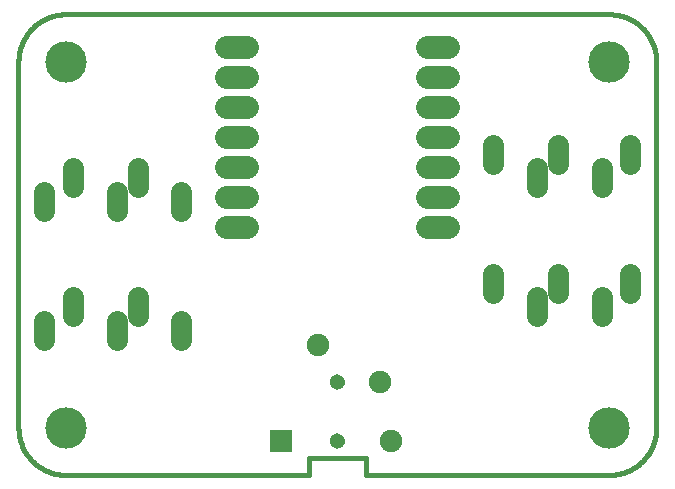
<source format=gts>
G75*
%MOIN*%
%OFA0B0*%
%FSLAX25Y25*%
%IPPOS*%
%LPD*%
%AMOC8*
5,1,8,0,0,1.08239X$1,22.5*
%
%ADD10C,0.01600*%
%ADD11C,0.00000*%
%ADD12C,0.13800*%
%ADD13C,0.07137*%
%ADD14R,0.07531X0.07531*%
%ADD15C,0.07531*%
%ADD16C,0.05131*%
%ADD17C,0.07800*%
D10*
X0029642Y0013894D02*
X0110744Y0013894D01*
X0110744Y0019406D01*
X0129642Y0019406D01*
X0129642Y0013894D01*
X0210744Y0013894D01*
X0211125Y0013899D01*
X0211505Y0013912D01*
X0211885Y0013935D01*
X0212264Y0013968D01*
X0212642Y0014009D01*
X0213019Y0014059D01*
X0213395Y0014119D01*
X0213770Y0014187D01*
X0214142Y0014265D01*
X0214513Y0014352D01*
X0214881Y0014447D01*
X0215247Y0014552D01*
X0215610Y0014665D01*
X0215971Y0014787D01*
X0216328Y0014917D01*
X0216682Y0015057D01*
X0217033Y0015204D01*
X0217380Y0015361D01*
X0217723Y0015525D01*
X0218062Y0015698D01*
X0218397Y0015879D01*
X0218728Y0016068D01*
X0219053Y0016265D01*
X0219374Y0016469D01*
X0219690Y0016682D01*
X0220000Y0016902D01*
X0220306Y0017129D01*
X0220605Y0017364D01*
X0220899Y0017606D01*
X0221187Y0017854D01*
X0221469Y0018110D01*
X0221744Y0018373D01*
X0222013Y0018642D01*
X0222276Y0018917D01*
X0222532Y0019199D01*
X0222780Y0019487D01*
X0223022Y0019781D01*
X0223257Y0020080D01*
X0223484Y0020386D01*
X0223704Y0020696D01*
X0223917Y0021012D01*
X0224121Y0021333D01*
X0224318Y0021658D01*
X0224507Y0021989D01*
X0224688Y0022324D01*
X0224861Y0022663D01*
X0225025Y0023006D01*
X0225182Y0023353D01*
X0225329Y0023704D01*
X0225469Y0024058D01*
X0225599Y0024415D01*
X0225721Y0024776D01*
X0225834Y0025139D01*
X0225939Y0025505D01*
X0226034Y0025873D01*
X0226121Y0026244D01*
X0226199Y0026616D01*
X0226267Y0026991D01*
X0226327Y0027367D01*
X0226377Y0027744D01*
X0226418Y0028122D01*
X0226451Y0028501D01*
X0226474Y0028881D01*
X0226487Y0029261D01*
X0226492Y0029642D01*
X0226492Y0151689D01*
X0226487Y0152070D01*
X0226474Y0152450D01*
X0226451Y0152830D01*
X0226418Y0153209D01*
X0226377Y0153587D01*
X0226327Y0153964D01*
X0226267Y0154340D01*
X0226199Y0154715D01*
X0226121Y0155087D01*
X0226034Y0155458D01*
X0225939Y0155826D01*
X0225834Y0156192D01*
X0225721Y0156555D01*
X0225599Y0156916D01*
X0225469Y0157273D01*
X0225329Y0157627D01*
X0225182Y0157978D01*
X0225025Y0158325D01*
X0224861Y0158668D01*
X0224688Y0159007D01*
X0224507Y0159342D01*
X0224318Y0159673D01*
X0224121Y0159998D01*
X0223917Y0160319D01*
X0223704Y0160635D01*
X0223484Y0160945D01*
X0223257Y0161251D01*
X0223022Y0161550D01*
X0222780Y0161844D01*
X0222532Y0162132D01*
X0222276Y0162414D01*
X0222013Y0162689D01*
X0221744Y0162958D01*
X0221469Y0163221D01*
X0221187Y0163477D01*
X0220899Y0163725D01*
X0220605Y0163967D01*
X0220306Y0164202D01*
X0220000Y0164429D01*
X0219690Y0164649D01*
X0219374Y0164862D01*
X0219053Y0165066D01*
X0218728Y0165263D01*
X0218397Y0165452D01*
X0218062Y0165633D01*
X0217723Y0165806D01*
X0217380Y0165970D01*
X0217033Y0166127D01*
X0216682Y0166274D01*
X0216328Y0166414D01*
X0215971Y0166544D01*
X0215610Y0166666D01*
X0215247Y0166779D01*
X0214881Y0166884D01*
X0214513Y0166979D01*
X0214142Y0167066D01*
X0213770Y0167144D01*
X0213395Y0167212D01*
X0213019Y0167272D01*
X0212642Y0167322D01*
X0212264Y0167363D01*
X0211885Y0167396D01*
X0211505Y0167419D01*
X0211125Y0167432D01*
X0210744Y0167437D01*
X0029642Y0167437D01*
X0029261Y0167432D01*
X0028881Y0167419D01*
X0028501Y0167396D01*
X0028122Y0167363D01*
X0027744Y0167322D01*
X0027367Y0167272D01*
X0026991Y0167212D01*
X0026616Y0167144D01*
X0026244Y0167066D01*
X0025873Y0166979D01*
X0025505Y0166884D01*
X0025139Y0166779D01*
X0024776Y0166666D01*
X0024415Y0166544D01*
X0024058Y0166414D01*
X0023704Y0166274D01*
X0023353Y0166127D01*
X0023006Y0165970D01*
X0022663Y0165806D01*
X0022324Y0165633D01*
X0021989Y0165452D01*
X0021658Y0165263D01*
X0021333Y0165066D01*
X0021012Y0164862D01*
X0020696Y0164649D01*
X0020386Y0164429D01*
X0020080Y0164202D01*
X0019781Y0163967D01*
X0019487Y0163725D01*
X0019199Y0163477D01*
X0018917Y0163221D01*
X0018642Y0162958D01*
X0018373Y0162689D01*
X0018110Y0162414D01*
X0017854Y0162132D01*
X0017606Y0161844D01*
X0017364Y0161550D01*
X0017129Y0161251D01*
X0016902Y0160945D01*
X0016682Y0160635D01*
X0016469Y0160319D01*
X0016265Y0159998D01*
X0016068Y0159673D01*
X0015879Y0159342D01*
X0015698Y0159007D01*
X0015525Y0158668D01*
X0015361Y0158325D01*
X0015204Y0157978D01*
X0015057Y0157627D01*
X0014917Y0157273D01*
X0014787Y0156916D01*
X0014665Y0156555D01*
X0014552Y0156192D01*
X0014447Y0155826D01*
X0014352Y0155458D01*
X0014265Y0155087D01*
X0014187Y0154715D01*
X0014119Y0154340D01*
X0014059Y0153964D01*
X0014009Y0153587D01*
X0013968Y0153209D01*
X0013935Y0152830D01*
X0013912Y0152450D01*
X0013899Y0152070D01*
X0013894Y0151689D01*
X0013894Y0029642D01*
X0013899Y0029261D01*
X0013912Y0028881D01*
X0013935Y0028501D01*
X0013968Y0028122D01*
X0014009Y0027744D01*
X0014059Y0027367D01*
X0014119Y0026991D01*
X0014187Y0026616D01*
X0014265Y0026244D01*
X0014352Y0025873D01*
X0014447Y0025505D01*
X0014552Y0025139D01*
X0014665Y0024776D01*
X0014787Y0024415D01*
X0014917Y0024058D01*
X0015057Y0023704D01*
X0015204Y0023353D01*
X0015361Y0023006D01*
X0015525Y0022663D01*
X0015698Y0022324D01*
X0015879Y0021989D01*
X0016068Y0021658D01*
X0016265Y0021333D01*
X0016469Y0021012D01*
X0016682Y0020696D01*
X0016902Y0020386D01*
X0017129Y0020080D01*
X0017364Y0019781D01*
X0017606Y0019487D01*
X0017854Y0019199D01*
X0018110Y0018917D01*
X0018373Y0018642D01*
X0018642Y0018373D01*
X0018917Y0018110D01*
X0019199Y0017854D01*
X0019487Y0017606D01*
X0019781Y0017364D01*
X0020080Y0017129D01*
X0020386Y0016902D01*
X0020696Y0016682D01*
X0021012Y0016469D01*
X0021333Y0016265D01*
X0021658Y0016068D01*
X0021989Y0015879D01*
X0022324Y0015698D01*
X0022663Y0015525D01*
X0023006Y0015361D01*
X0023353Y0015204D01*
X0023704Y0015057D01*
X0024058Y0014917D01*
X0024415Y0014787D01*
X0024776Y0014665D01*
X0025139Y0014552D01*
X0025505Y0014447D01*
X0025873Y0014352D01*
X0026244Y0014265D01*
X0026616Y0014187D01*
X0026991Y0014119D01*
X0027367Y0014059D01*
X0027744Y0014009D01*
X0028122Y0013968D01*
X0028501Y0013935D01*
X0028881Y0013912D01*
X0029261Y0013899D01*
X0029642Y0013894D01*
D11*
X0023142Y0029642D02*
X0023144Y0029803D01*
X0023150Y0029963D01*
X0023160Y0030124D01*
X0023174Y0030284D01*
X0023192Y0030444D01*
X0023213Y0030603D01*
X0023239Y0030762D01*
X0023269Y0030920D01*
X0023302Y0031077D01*
X0023340Y0031234D01*
X0023381Y0031389D01*
X0023426Y0031543D01*
X0023475Y0031696D01*
X0023528Y0031848D01*
X0023584Y0031999D01*
X0023645Y0032148D01*
X0023708Y0032296D01*
X0023776Y0032442D01*
X0023847Y0032586D01*
X0023921Y0032728D01*
X0023999Y0032869D01*
X0024081Y0033007D01*
X0024166Y0033144D01*
X0024254Y0033278D01*
X0024346Y0033410D01*
X0024441Y0033540D01*
X0024539Y0033668D01*
X0024640Y0033793D01*
X0024744Y0033915D01*
X0024851Y0034035D01*
X0024961Y0034152D01*
X0025074Y0034267D01*
X0025190Y0034378D01*
X0025309Y0034487D01*
X0025430Y0034592D01*
X0025554Y0034695D01*
X0025680Y0034795D01*
X0025808Y0034891D01*
X0025939Y0034984D01*
X0026073Y0035074D01*
X0026208Y0035161D01*
X0026346Y0035244D01*
X0026485Y0035324D01*
X0026627Y0035400D01*
X0026770Y0035473D01*
X0026915Y0035542D01*
X0027062Y0035608D01*
X0027210Y0035670D01*
X0027360Y0035728D01*
X0027511Y0035783D01*
X0027664Y0035834D01*
X0027818Y0035881D01*
X0027973Y0035924D01*
X0028129Y0035963D01*
X0028285Y0035999D01*
X0028443Y0036030D01*
X0028601Y0036058D01*
X0028760Y0036082D01*
X0028920Y0036102D01*
X0029080Y0036118D01*
X0029240Y0036130D01*
X0029401Y0036138D01*
X0029562Y0036142D01*
X0029722Y0036142D01*
X0029883Y0036138D01*
X0030044Y0036130D01*
X0030204Y0036118D01*
X0030364Y0036102D01*
X0030524Y0036082D01*
X0030683Y0036058D01*
X0030841Y0036030D01*
X0030999Y0035999D01*
X0031155Y0035963D01*
X0031311Y0035924D01*
X0031466Y0035881D01*
X0031620Y0035834D01*
X0031773Y0035783D01*
X0031924Y0035728D01*
X0032074Y0035670D01*
X0032222Y0035608D01*
X0032369Y0035542D01*
X0032514Y0035473D01*
X0032657Y0035400D01*
X0032799Y0035324D01*
X0032938Y0035244D01*
X0033076Y0035161D01*
X0033211Y0035074D01*
X0033345Y0034984D01*
X0033476Y0034891D01*
X0033604Y0034795D01*
X0033730Y0034695D01*
X0033854Y0034592D01*
X0033975Y0034487D01*
X0034094Y0034378D01*
X0034210Y0034267D01*
X0034323Y0034152D01*
X0034433Y0034035D01*
X0034540Y0033915D01*
X0034644Y0033793D01*
X0034745Y0033668D01*
X0034843Y0033540D01*
X0034938Y0033410D01*
X0035030Y0033278D01*
X0035118Y0033144D01*
X0035203Y0033007D01*
X0035285Y0032869D01*
X0035363Y0032728D01*
X0035437Y0032586D01*
X0035508Y0032442D01*
X0035576Y0032296D01*
X0035639Y0032148D01*
X0035700Y0031999D01*
X0035756Y0031848D01*
X0035809Y0031696D01*
X0035858Y0031543D01*
X0035903Y0031389D01*
X0035944Y0031234D01*
X0035982Y0031077D01*
X0036015Y0030920D01*
X0036045Y0030762D01*
X0036071Y0030603D01*
X0036092Y0030444D01*
X0036110Y0030284D01*
X0036124Y0030124D01*
X0036134Y0029963D01*
X0036140Y0029803D01*
X0036142Y0029642D01*
X0036140Y0029481D01*
X0036134Y0029321D01*
X0036124Y0029160D01*
X0036110Y0029000D01*
X0036092Y0028840D01*
X0036071Y0028681D01*
X0036045Y0028522D01*
X0036015Y0028364D01*
X0035982Y0028207D01*
X0035944Y0028050D01*
X0035903Y0027895D01*
X0035858Y0027741D01*
X0035809Y0027588D01*
X0035756Y0027436D01*
X0035700Y0027285D01*
X0035639Y0027136D01*
X0035576Y0026988D01*
X0035508Y0026842D01*
X0035437Y0026698D01*
X0035363Y0026556D01*
X0035285Y0026415D01*
X0035203Y0026277D01*
X0035118Y0026140D01*
X0035030Y0026006D01*
X0034938Y0025874D01*
X0034843Y0025744D01*
X0034745Y0025616D01*
X0034644Y0025491D01*
X0034540Y0025369D01*
X0034433Y0025249D01*
X0034323Y0025132D01*
X0034210Y0025017D01*
X0034094Y0024906D01*
X0033975Y0024797D01*
X0033854Y0024692D01*
X0033730Y0024589D01*
X0033604Y0024489D01*
X0033476Y0024393D01*
X0033345Y0024300D01*
X0033211Y0024210D01*
X0033076Y0024123D01*
X0032938Y0024040D01*
X0032799Y0023960D01*
X0032657Y0023884D01*
X0032514Y0023811D01*
X0032369Y0023742D01*
X0032222Y0023676D01*
X0032074Y0023614D01*
X0031924Y0023556D01*
X0031773Y0023501D01*
X0031620Y0023450D01*
X0031466Y0023403D01*
X0031311Y0023360D01*
X0031155Y0023321D01*
X0030999Y0023285D01*
X0030841Y0023254D01*
X0030683Y0023226D01*
X0030524Y0023202D01*
X0030364Y0023182D01*
X0030204Y0023166D01*
X0030044Y0023154D01*
X0029883Y0023146D01*
X0029722Y0023142D01*
X0029562Y0023142D01*
X0029401Y0023146D01*
X0029240Y0023154D01*
X0029080Y0023166D01*
X0028920Y0023182D01*
X0028760Y0023202D01*
X0028601Y0023226D01*
X0028443Y0023254D01*
X0028285Y0023285D01*
X0028129Y0023321D01*
X0027973Y0023360D01*
X0027818Y0023403D01*
X0027664Y0023450D01*
X0027511Y0023501D01*
X0027360Y0023556D01*
X0027210Y0023614D01*
X0027062Y0023676D01*
X0026915Y0023742D01*
X0026770Y0023811D01*
X0026627Y0023884D01*
X0026485Y0023960D01*
X0026346Y0024040D01*
X0026208Y0024123D01*
X0026073Y0024210D01*
X0025939Y0024300D01*
X0025808Y0024393D01*
X0025680Y0024489D01*
X0025554Y0024589D01*
X0025430Y0024692D01*
X0025309Y0024797D01*
X0025190Y0024906D01*
X0025074Y0025017D01*
X0024961Y0025132D01*
X0024851Y0025249D01*
X0024744Y0025369D01*
X0024640Y0025491D01*
X0024539Y0025616D01*
X0024441Y0025744D01*
X0024346Y0025874D01*
X0024254Y0026006D01*
X0024166Y0026140D01*
X0024081Y0026277D01*
X0023999Y0026415D01*
X0023921Y0026556D01*
X0023847Y0026698D01*
X0023776Y0026842D01*
X0023708Y0026988D01*
X0023645Y0027136D01*
X0023584Y0027285D01*
X0023528Y0027436D01*
X0023475Y0027588D01*
X0023426Y0027741D01*
X0023381Y0027895D01*
X0023340Y0028050D01*
X0023302Y0028207D01*
X0023269Y0028364D01*
X0023239Y0028522D01*
X0023213Y0028681D01*
X0023192Y0028840D01*
X0023174Y0029000D01*
X0023160Y0029160D01*
X0023150Y0029321D01*
X0023144Y0029481D01*
X0023142Y0029642D01*
X0118028Y0025311D02*
X0118030Y0025404D01*
X0118036Y0025496D01*
X0118046Y0025588D01*
X0118060Y0025679D01*
X0118077Y0025770D01*
X0118099Y0025860D01*
X0118124Y0025949D01*
X0118153Y0026037D01*
X0118186Y0026123D01*
X0118223Y0026208D01*
X0118263Y0026292D01*
X0118307Y0026373D01*
X0118354Y0026453D01*
X0118404Y0026531D01*
X0118458Y0026606D01*
X0118515Y0026679D01*
X0118575Y0026749D01*
X0118638Y0026817D01*
X0118704Y0026882D01*
X0118772Y0026944D01*
X0118843Y0027004D01*
X0118917Y0027060D01*
X0118993Y0027113D01*
X0119071Y0027162D01*
X0119151Y0027209D01*
X0119233Y0027251D01*
X0119317Y0027291D01*
X0119402Y0027326D01*
X0119489Y0027358D01*
X0119577Y0027387D01*
X0119666Y0027411D01*
X0119756Y0027432D01*
X0119847Y0027448D01*
X0119939Y0027461D01*
X0120031Y0027470D01*
X0120124Y0027475D01*
X0120216Y0027476D01*
X0120309Y0027473D01*
X0120401Y0027466D01*
X0120493Y0027455D01*
X0120584Y0027440D01*
X0120675Y0027422D01*
X0120765Y0027399D01*
X0120853Y0027373D01*
X0120941Y0027343D01*
X0121027Y0027309D01*
X0121111Y0027272D01*
X0121194Y0027230D01*
X0121275Y0027186D01*
X0121355Y0027138D01*
X0121432Y0027087D01*
X0121506Y0027032D01*
X0121579Y0026974D01*
X0121649Y0026914D01*
X0121716Y0026850D01*
X0121780Y0026784D01*
X0121842Y0026714D01*
X0121900Y0026643D01*
X0121955Y0026569D01*
X0122007Y0026492D01*
X0122056Y0026413D01*
X0122102Y0026333D01*
X0122144Y0026250D01*
X0122182Y0026166D01*
X0122217Y0026080D01*
X0122248Y0025993D01*
X0122275Y0025905D01*
X0122298Y0025815D01*
X0122318Y0025725D01*
X0122334Y0025634D01*
X0122346Y0025542D01*
X0122354Y0025450D01*
X0122358Y0025357D01*
X0122358Y0025265D01*
X0122354Y0025172D01*
X0122346Y0025080D01*
X0122334Y0024988D01*
X0122318Y0024897D01*
X0122298Y0024807D01*
X0122275Y0024717D01*
X0122248Y0024629D01*
X0122217Y0024542D01*
X0122182Y0024456D01*
X0122144Y0024372D01*
X0122102Y0024289D01*
X0122056Y0024209D01*
X0122007Y0024130D01*
X0121955Y0024053D01*
X0121900Y0023979D01*
X0121842Y0023908D01*
X0121780Y0023838D01*
X0121716Y0023772D01*
X0121649Y0023708D01*
X0121579Y0023648D01*
X0121506Y0023590D01*
X0121432Y0023535D01*
X0121355Y0023484D01*
X0121276Y0023436D01*
X0121194Y0023392D01*
X0121111Y0023350D01*
X0121027Y0023313D01*
X0120941Y0023279D01*
X0120853Y0023249D01*
X0120765Y0023223D01*
X0120675Y0023200D01*
X0120584Y0023182D01*
X0120493Y0023167D01*
X0120401Y0023156D01*
X0120309Y0023149D01*
X0120216Y0023146D01*
X0120124Y0023147D01*
X0120031Y0023152D01*
X0119939Y0023161D01*
X0119847Y0023174D01*
X0119756Y0023190D01*
X0119666Y0023211D01*
X0119577Y0023235D01*
X0119489Y0023264D01*
X0119402Y0023296D01*
X0119317Y0023331D01*
X0119233Y0023371D01*
X0119151Y0023413D01*
X0119071Y0023460D01*
X0118993Y0023509D01*
X0118917Y0023562D01*
X0118843Y0023618D01*
X0118772Y0023678D01*
X0118704Y0023740D01*
X0118638Y0023805D01*
X0118575Y0023873D01*
X0118515Y0023943D01*
X0118458Y0024016D01*
X0118404Y0024091D01*
X0118354Y0024169D01*
X0118307Y0024249D01*
X0118263Y0024330D01*
X0118223Y0024414D01*
X0118186Y0024499D01*
X0118153Y0024585D01*
X0118124Y0024673D01*
X0118099Y0024762D01*
X0118077Y0024852D01*
X0118060Y0024943D01*
X0118046Y0025034D01*
X0118036Y0025126D01*
X0118030Y0025218D01*
X0118028Y0025311D01*
X0118028Y0044996D02*
X0118030Y0045089D01*
X0118036Y0045181D01*
X0118046Y0045273D01*
X0118060Y0045364D01*
X0118077Y0045455D01*
X0118099Y0045545D01*
X0118124Y0045634D01*
X0118153Y0045722D01*
X0118186Y0045808D01*
X0118223Y0045893D01*
X0118263Y0045977D01*
X0118307Y0046058D01*
X0118354Y0046138D01*
X0118404Y0046216D01*
X0118458Y0046291D01*
X0118515Y0046364D01*
X0118575Y0046434D01*
X0118638Y0046502D01*
X0118704Y0046567D01*
X0118772Y0046629D01*
X0118843Y0046689D01*
X0118917Y0046745D01*
X0118993Y0046798D01*
X0119071Y0046847D01*
X0119151Y0046894D01*
X0119233Y0046936D01*
X0119317Y0046976D01*
X0119402Y0047011D01*
X0119489Y0047043D01*
X0119577Y0047072D01*
X0119666Y0047096D01*
X0119756Y0047117D01*
X0119847Y0047133D01*
X0119939Y0047146D01*
X0120031Y0047155D01*
X0120124Y0047160D01*
X0120216Y0047161D01*
X0120309Y0047158D01*
X0120401Y0047151D01*
X0120493Y0047140D01*
X0120584Y0047125D01*
X0120675Y0047107D01*
X0120765Y0047084D01*
X0120853Y0047058D01*
X0120941Y0047028D01*
X0121027Y0046994D01*
X0121111Y0046957D01*
X0121194Y0046915D01*
X0121275Y0046871D01*
X0121355Y0046823D01*
X0121432Y0046772D01*
X0121506Y0046717D01*
X0121579Y0046659D01*
X0121649Y0046599D01*
X0121716Y0046535D01*
X0121780Y0046469D01*
X0121842Y0046399D01*
X0121900Y0046328D01*
X0121955Y0046254D01*
X0122007Y0046177D01*
X0122056Y0046098D01*
X0122102Y0046018D01*
X0122144Y0045935D01*
X0122182Y0045851D01*
X0122217Y0045765D01*
X0122248Y0045678D01*
X0122275Y0045590D01*
X0122298Y0045500D01*
X0122318Y0045410D01*
X0122334Y0045319D01*
X0122346Y0045227D01*
X0122354Y0045135D01*
X0122358Y0045042D01*
X0122358Y0044950D01*
X0122354Y0044857D01*
X0122346Y0044765D01*
X0122334Y0044673D01*
X0122318Y0044582D01*
X0122298Y0044492D01*
X0122275Y0044402D01*
X0122248Y0044314D01*
X0122217Y0044227D01*
X0122182Y0044141D01*
X0122144Y0044057D01*
X0122102Y0043974D01*
X0122056Y0043894D01*
X0122007Y0043815D01*
X0121955Y0043738D01*
X0121900Y0043664D01*
X0121842Y0043593D01*
X0121780Y0043523D01*
X0121716Y0043457D01*
X0121649Y0043393D01*
X0121579Y0043333D01*
X0121506Y0043275D01*
X0121432Y0043220D01*
X0121355Y0043169D01*
X0121276Y0043121D01*
X0121194Y0043077D01*
X0121111Y0043035D01*
X0121027Y0042998D01*
X0120941Y0042964D01*
X0120853Y0042934D01*
X0120765Y0042908D01*
X0120675Y0042885D01*
X0120584Y0042867D01*
X0120493Y0042852D01*
X0120401Y0042841D01*
X0120309Y0042834D01*
X0120216Y0042831D01*
X0120124Y0042832D01*
X0120031Y0042837D01*
X0119939Y0042846D01*
X0119847Y0042859D01*
X0119756Y0042875D01*
X0119666Y0042896D01*
X0119577Y0042920D01*
X0119489Y0042949D01*
X0119402Y0042981D01*
X0119317Y0043016D01*
X0119233Y0043056D01*
X0119151Y0043098D01*
X0119071Y0043145D01*
X0118993Y0043194D01*
X0118917Y0043247D01*
X0118843Y0043303D01*
X0118772Y0043363D01*
X0118704Y0043425D01*
X0118638Y0043490D01*
X0118575Y0043558D01*
X0118515Y0043628D01*
X0118458Y0043701D01*
X0118404Y0043776D01*
X0118354Y0043854D01*
X0118307Y0043934D01*
X0118263Y0044015D01*
X0118223Y0044099D01*
X0118186Y0044184D01*
X0118153Y0044270D01*
X0118124Y0044358D01*
X0118099Y0044447D01*
X0118077Y0044537D01*
X0118060Y0044628D01*
X0118046Y0044719D01*
X0118036Y0044811D01*
X0118030Y0044903D01*
X0118028Y0044996D01*
X0204244Y0029642D02*
X0204246Y0029803D01*
X0204252Y0029963D01*
X0204262Y0030124D01*
X0204276Y0030284D01*
X0204294Y0030444D01*
X0204315Y0030603D01*
X0204341Y0030762D01*
X0204371Y0030920D01*
X0204404Y0031077D01*
X0204442Y0031234D01*
X0204483Y0031389D01*
X0204528Y0031543D01*
X0204577Y0031696D01*
X0204630Y0031848D01*
X0204686Y0031999D01*
X0204747Y0032148D01*
X0204810Y0032296D01*
X0204878Y0032442D01*
X0204949Y0032586D01*
X0205023Y0032728D01*
X0205101Y0032869D01*
X0205183Y0033007D01*
X0205268Y0033144D01*
X0205356Y0033278D01*
X0205448Y0033410D01*
X0205543Y0033540D01*
X0205641Y0033668D01*
X0205742Y0033793D01*
X0205846Y0033915D01*
X0205953Y0034035D01*
X0206063Y0034152D01*
X0206176Y0034267D01*
X0206292Y0034378D01*
X0206411Y0034487D01*
X0206532Y0034592D01*
X0206656Y0034695D01*
X0206782Y0034795D01*
X0206910Y0034891D01*
X0207041Y0034984D01*
X0207175Y0035074D01*
X0207310Y0035161D01*
X0207448Y0035244D01*
X0207587Y0035324D01*
X0207729Y0035400D01*
X0207872Y0035473D01*
X0208017Y0035542D01*
X0208164Y0035608D01*
X0208312Y0035670D01*
X0208462Y0035728D01*
X0208613Y0035783D01*
X0208766Y0035834D01*
X0208920Y0035881D01*
X0209075Y0035924D01*
X0209231Y0035963D01*
X0209387Y0035999D01*
X0209545Y0036030D01*
X0209703Y0036058D01*
X0209862Y0036082D01*
X0210022Y0036102D01*
X0210182Y0036118D01*
X0210342Y0036130D01*
X0210503Y0036138D01*
X0210664Y0036142D01*
X0210824Y0036142D01*
X0210985Y0036138D01*
X0211146Y0036130D01*
X0211306Y0036118D01*
X0211466Y0036102D01*
X0211626Y0036082D01*
X0211785Y0036058D01*
X0211943Y0036030D01*
X0212101Y0035999D01*
X0212257Y0035963D01*
X0212413Y0035924D01*
X0212568Y0035881D01*
X0212722Y0035834D01*
X0212875Y0035783D01*
X0213026Y0035728D01*
X0213176Y0035670D01*
X0213324Y0035608D01*
X0213471Y0035542D01*
X0213616Y0035473D01*
X0213759Y0035400D01*
X0213901Y0035324D01*
X0214040Y0035244D01*
X0214178Y0035161D01*
X0214313Y0035074D01*
X0214447Y0034984D01*
X0214578Y0034891D01*
X0214706Y0034795D01*
X0214832Y0034695D01*
X0214956Y0034592D01*
X0215077Y0034487D01*
X0215196Y0034378D01*
X0215312Y0034267D01*
X0215425Y0034152D01*
X0215535Y0034035D01*
X0215642Y0033915D01*
X0215746Y0033793D01*
X0215847Y0033668D01*
X0215945Y0033540D01*
X0216040Y0033410D01*
X0216132Y0033278D01*
X0216220Y0033144D01*
X0216305Y0033007D01*
X0216387Y0032869D01*
X0216465Y0032728D01*
X0216539Y0032586D01*
X0216610Y0032442D01*
X0216678Y0032296D01*
X0216741Y0032148D01*
X0216802Y0031999D01*
X0216858Y0031848D01*
X0216911Y0031696D01*
X0216960Y0031543D01*
X0217005Y0031389D01*
X0217046Y0031234D01*
X0217084Y0031077D01*
X0217117Y0030920D01*
X0217147Y0030762D01*
X0217173Y0030603D01*
X0217194Y0030444D01*
X0217212Y0030284D01*
X0217226Y0030124D01*
X0217236Y0029963D01*
X0217242Y0029803D01*
X0217244Y0029642D01*
X0217242Y0029481D01*
X0217236Y0029321D01*
X0217226Y0029160D01*
X0217212Y0029000D01*
X0217194Y0028840D01*
X0217173Y0028681D01*
X0217147Y0028522D01*
X0217117Y0028364D01*
X0217084Y0028207D01*
X0217046Y0028050D01*
X0217005Y0027895D01*
X0216960Y0027741D01*
X0216911Y0027588D01*
X0216858Y0027436D01*
X0216802Y0027285D01*
X0216741Y0027136D01*
X0216678Y0026988D01*
X0216610Y0026842D01*
X0216539Y0026698D01*
X0216465Y0026556D01*
X0216387Y0026415D01*
X0216305Y0026277D01*
X0216220Y0026140D01*
X0216132Y0026006D01*
X0216040Y0025874D01*
X0215945Y0025744D01*
X0215847Y0025616D01*
X0215746Y0025491D01*
X0215642Y0025369D01*
X0215535Y0025249D01*
X0215425Y0025132D01*
X0215312Y0025017D01*
X0215196Y0024906D01*
X0215077Y0024797D01*
X0214956Y0024692D01*
X0214832Y0024589D01*
X0214706Y0024489D01*
X0214578Y0024393D01*
X0214447Y0024300D01*
X0214313Y0024210D01*
X0214178Y0024123D01*
X0214040Y0024040D01*
X0213901Y0023960D01*
X0213759Y0023884D01*
X0213616Y0023811D01*
X0213471Y0023742D01*
X0213324Y0023676D01*
X0213176Y0023614D01*
X0213026Y0023556D01*
X0212875Y0023501D01*
X0212722Y0023450D01*
X0212568Y0023403D01*
X0212413Y0023360D01*
X0212257Y0023321D01*
X0212101Y0023285D01*
X0211943Y0023254D01*
X0211785Y0023226D01*
X0211626Y0023202D01*
X0211466Y0023182D01*
X0211306Y0023166D01*
X0211146Y0023154D01*
X0210985Y0023146D01*
X0210824Y0023142D01*
X0210664Y0023142D01*
X0210503Y0023146D01*
X0210342Y0023154D01*
X0210182Y0023166D01*
X0210022Y0023182D01*
X0209862Y0023202D01*
X0209703Y0023226D01*
X0209545Y0023254D01*
X0209387Y0023285D01*
X0209231Y0023321D01*
X0209075Y0023360D01*
X0208920Y0023403D01*
X0208766Y0023450D01*
X0208613Y0023501D01*
X0208462Y0023556D01*
X0208312Y0023614D01*
X0208164Y0023676D01*
X0208017Y0023742D01*
X0207872Y0023811D01*
X0207729Y0023884D01*
X0207587Y0023960D01*
X0207448Y0024040D01*
X0207310Y0024123D01*
X0207175Y0024210D01*
X0207041Y0024300D01*
X0206910Y0024393D01*
X0206782Y0024489D01*
X0206656Y0024589D01*
X0206532Y0024692D01*
X0206411Y0024797D01*
X0206292Y0024906D01*
X0206176Y0025017D01*
X0206063Y0025132D01*
X0205953Y0025249D01*
X0205846Y0025369D01*
X0205742Y0025491D01*
X0205641Y0025616D01*
X0205543Y0025744D01*
X0205448Y0025874D01*
X0205356Y0026006D01*
X0205268Y0026140D01*
X0205183Y0026277D01*
X0205101Y0026415D01*
X0205023Y0026556D01*
X0204949Y0026698D01*
X0204878Y0026842D01*
X0204810Y0026988D01*
X0204747Y0027136D01*
X0204686Y0027285D01*
X0204630Y0027436D01*
X0204577Y0027588D01*
X0204528Y0027741D01*
X0204483Y0027895D01*
X0204442Y0028050D01*
X0204404Y0028207D01*
X0204371Y0028364D01*
X0204341Y0028522D01*
X0204315Y0028681D01*
X0204294Y0028840D01*
X0204276Y0029000D01*
X0204262Y0029160D01*
X0204252Y0029321D01*
X0204246Y0029481D01*
X0204244Y0029642D01*
X0204244Y0151689D02*
X0204246Y0151850D01*
X0204252Y0152010D01*
X0204262Y0152171D01*
X0204276Y0152331D01*
X0204294Y0152491D01*
X0204315Y0152650D01*
X0204341Y0152809D01*
X0204371Y0152967D01*
X0204404Y0153124D01*
X0204442Y0153281D01*
X0204483Y0153436D01*
X0204528Y0153590D01*
X0204577Y0153743D01*
X0204630Y0153895D01*
X0204686Y0154046D01*
X0204747Y0154195D01*
X0204810Y0154343D01*
X0204878Y0154489D01*
X0204949Y0154633D01*
X0205023Y0154775D01*
X0205101Y0154916D01*
X0205183Y0155054D01*
X0205268Y0155191D01*
X0205356Y0155325D01*
X0205448Y0155457D01*
X0205543Y0155587D01*
X0205641Y0155715D01*
X0205742Y0155840D01*
X0205846Y0155962D01*
X0205953Y0156082D01*
X0206063Y0156199D01*
X0206176Y0156314D01*
X0206292Y0156425D01*
X0206411Y0156534D01*
X0206532Y0156639D01*
X0206656Y0156742D01*
X0206782Y0156842D01*
X0206910Y0156938D01*
X0207041Y0157031D01*
X0207175Y0157121D01*
X0207310Y0157208D01*
X0207448Y0157291D01*
X0207587Y0157371D01*
X0207729Y0157447D01*
X0207872Y0157520D01*
X0208017Y0157589D01*
X0208164Y0157655D01*
X0208312Y0157717D01*
X0208462Y0157775D01*
X0208613Y0157830D01*
X0208766Y0157881D01*
X0208920Y0157928D01*
X0209075Y0157971D01*
X0209231Y0158010D01*
X0209387Y0158046D01*
X0209545Y0158077D01*
X0209703Y0158105D01*
X0209862Y0158129D01*
X0210022Y0158149D01*
X0210182Y0158165D01*
X0210342Y0158177D01*
X0210503Y0158185D01*
X0210664Y0158189D01*
X0210824Y0158189D01*
X0210985Y0158185D01*
X0211146Y0158177D01*
X0211306Y0158165D01*
X0211466Y0158149D01*
X0211626Y0158129D01*
X0211785Y0158105D01*
X0211943Y0158077D01*
X0212101Y0158046D01*
X0212257Y0158010D01*
X0212413Y0157971D01*
X0212568Y0157928D01*
X0212722Y0157881D01*
X0212875Y0157830D01*
X0213026Y0157775D01*
X0213176Y0157717D01*
X0213324Y0157655D01*
X0213471Y0157589D01*
X0213616Y0157520D01*
X0213759Y0157447D01*
X0213901Y0157371D01*
X0214040Y0157291D01*
X0214178Y0157208D01*
X0214313Y0157121D01*
X0214447Y0157031D01*
X0214578Y0156938D01*
X0214706Y0156842D01*
X0214832Y0156742D01*
X0214956Y0156639D01*
X0215077Y0156534D01*
X0215196Y0156425D01*
X0215312Y0156314D01*
X0215425Y0156199D01*
X0215535Y0156082D01*
X0215642Y0155962D01*
X0215746Y0155840D01*
X0215847Y0155715D01*
X0215945Y0155587D01*
X0216040Y0155457D01*
X0216132Y0155325D01*
X0216220Y0155191D01*
X0216305Y0155054D01*
X0216387Y0154916D01*
X0216465Y0154775D01*
X0216539Y0154633D01*
X0216610Y0154489D01*
X0216678Y0154343D01*
X0216741Y0154195D01*
X0216802Y0154046D01*
X0216858Y0153895D01*
X0216911Y0153743D01*
X0216960Y0153590D01*
X0217005Y0153436D01*
X0217046Y0153281D01*
X0217084Y0153124D01*
X0217117Y0152967D01*
X0217147Y0152809D01*
X0217173Y0152650D01*
X0217194Y0152491D01*
X0217212Y0152331D01*
X0217226Y0152171D01*
X0217236Y0152010D01*
X0217242Y0151850D01*
X0217244Y0151689D01*
X0217242Y0151528D01*
X0217236Y0151368D01*
X0217226Y0151207D01*
X0217212Y0151047D01*
X0217194Y0150887D01*
X0217173Y0150728D01*
X0217147Y0150569D01*
X0217117Y0150411D01*
X0217084Y0150254D01*
X0217046Y0150097D01*
X0217005Y0149942D01*
X0216960Y0149788D01*
X0216911Y0149635D01*
X0216858Y0149483D01*
X0216802Y0149332D01*
X0216741Y0149183D01*
X0216678Y0149035D01*
X0216610Y0148889D01*
X0216539Y0148745D01*
X0216465Y0148603D01*
X0216387Y0148462D01*
X0216305Y0148324D01*
X0216220Y0148187D01*
X0216132Y0148053D01*
X0216040Y0147921D01*
X0215945Y0147791D01*
X0215847Y0147663D01*
X0215746Y0147538D01*
X0215642Y0147416D01*
X0215535Y0147296D01*
X0215425Y0147179D01*
X0215312Y0147064D01*
X0215196Y0146953D01*
X0215077Y0146844D01*
X0214956Y0146739D01*
X0214832Y0146636D01*
X0214706Y0146536D01*
X0214578Y0146440D01*
X0214447Y0146347D01*
X0214313Y0146257D01*
X0214178Y0146170D01*
X0214040Y0146087D01*
X0213901Y0146007D01*
X0213759Y0145931D01*
X0213616Y0145858D01*
X0213471Y0145789D01*
X0213324Y0145723D01*
X0213176Y0145661D01*
X0213026Y0145603D01*
X0212875Y0145548D01*
X0212722Y0145497D01*
X0212568Y0145450D01*
X0212413Y0145407D01*
X0212257Y0145368D01*
X0212101Y0145332D01*
X0211943Y0145301D01*
X0211785Y0145273D01*
X0211626Y0145249D01*
X0211466Y0145229D01*
X0211306Y0145213D01*
X0211146Y0145201D01*
X0210985Y0145193D01*
X0210824Y0145189D01*
X0210664Y0145189D01*
X0210503Y0145193D01*
X0210342Y0145201D01*
X0210182Y0145213D01*
X0210022Y0145229D01*
X0209862Y0145249D01*
X0209703Y0145273D01*
X0209545Y0145301D01*
X0209387Y0145332D01*
X0209231Y0145368D01*
X0209075Y0145407D01*
X0208920Y0145450D01*
X0208766Y0145497D01*
X0208613Y0145548D01*
X0208462Y0145603D01*
X0208312Y0145661D01*
X0208164Y0145723D01*
X0208017Y0145789D01*
X0207872Y0145858D01*
X0207729Y0145931D01*
X0207587Y0146007D01*
X0207448Y0146087D01*
X0207310Y0146170D01*
X0207175Y0146257D01*
X0207041Y0146347D01*
X0206910Y0146440D01*
X0206782Y0146536D01*
X0206656Y0146636D01*
X0206532Y0146739D01*
X0206411Y0146844D01*
X0206292Y0146953D01*
X0206176Y0147064D01*
X0206063Y0147179D01*
X0205953Y0147296D01*
X0205846Y0147416D01*
X0205742Y0147538D01*
X0205641Y0147663D01*
X0205543Y0147791D01*
X0205448Y0147921D01*
X0205356Y0148053D01*
X0205268Y0148187D01*
X0205183Y0148324D01*
X0205101Y0148462D01*
X0205023Y0148603D01*
X0204949Y0148745D01*
X0204878Y0148889D01*
X0204810Y0149035D01*
X0204747Y0149183D01*
X0204686Y0149332D01*
X0204630Y0149483D01*
X0204577Y0149635D01*
X0204528Y0149788D01*
X0204483Y0149942D01*
X0204442Y0150097D01*
X0204404Y0150254D01*
X0204371Y0150411D01*
X0204341Y0150569D01*
X0204315Y0150728D01*
X0204294Y0150887D01*
X0204276Y0151047D01*
X0204262Y0151207D01*
X0204252Y0151368D01*
X0204246Y0151528D01*
X0204244Y0151689D01*
X0023142Y0151689D02*
X0023144Y0151850D01*
X0023150Y0152010D01*
X0023160Y0152171D01*
X0023174Y0152331D01*
X0023192Y0152491D01*
X0023213Y0152650D01*
X0023239Y0152809D01*
X0023269Y0152967D01*
X0023302Y0153124D01*
X0023340Y0153281D01*
X0023381Y0153436D01*
X0023426Y0153590D01*
X0023475Y0153743D01*
X0023528Y0153895D01*
X0023584Y0154046D01*
X0023645Y0154195D01*
X0023708Y0154343D01*
X0023776Y0154489D01*
X0023847Y0154633D01*
X0023921Y0154775D01*
X0023999Y0154916D01*
X0024081Y0155054D01*
X0024166Y0155191D01*
X0024254Y0155325D01*
X0024346Y0155457D01*
X0024441Y0155587D01*
X0024539Y0155715D01*
X0024640Y0155840D01*
X0024744Y0155962D01*
X0024851Y0156082D01*
X0024961Y0156199D01*
X0025074Y0156314D01*
X0025190Y0156425D01*
X0025309Y0156534D01*
X0025430Y0156639D01*
X0025554Y0156742D01*
X0025680Y0156842D01*
X0025808Y0156938D01*
X0025939Y0157031D01*
X0026073Y0157121D01*
X0026208Y0157208D01*
X0026346Y0157291D01*
X0026485Y0157371D01*
X0026627Y0157447D01*
X0026770Y0157520D01*
X0026915Y0157589D01*
X0027062Y0157655D01*
X0027210Y0157717D01*
X0027360Y0157775D01*
X0027511Y0157830D01*
X0027664Y0157881D01*
X0027818Y0157928D01*
X0027973Y0157971D01*
X0028129Y0158010D01*
X0028285Y0158046D01*
X0028443Y0158077D01*
X0028601Y0158105D01*
X0028760Y0158129D01*
X0028920Y0158149D01*
X0029080Y0158165D01*
X0029240Y0158177D01*
X0029401Y0158185D01*
X0029562Y0158189D01*
X0029722Y0158189D01*
X0029883Y0158185D01*
X0030044Y0158177D01*
X0030204Y0158165D01*
X0030364Y0158149D01*
X0030524Y0158129D01*
X0030683Y0158105D01*
X0030841Y0158077D01*
X0030999Y0158046D01*
X0031155Y0158010D01*
X0031311Y0157971D01*
X0031466Y0157928D01*
X0031620Y0157881D01*
X0031773Y0157830D01*
X0031924Y0157775D01*
X0032074Y0157717D01*
X0032222Y0157655D01*
X0032369Y0157589D01*
X0032514Y0157520D01*
X0032657Y0157447D01*
X0032799Y0157371D01*
X0032938Y0157291D01*
X0033076Y0157208D01*
X0033211Y0157121D01*
X0033345Y0157031D01*
X0033476Y0156938D01*
X0033604Y0156842D01*
X0033730Y0156742D01*
X0033854Y0156639D01*
X0033975Y0156534D01*
X0034094Y0156425D01*
X0034210Y0156314D01*
X0034323Y0156199D01*
X0034433Y0156082D01*
X0034540Y0155962D01*
X0034644Y0155840D01*
X0034745Y0155715D01*
X0034843Y0155587D01*
X0034938Y0155457D01*
X0035030Y0155325D01*
X0035118Y0155191D01*
X0035203Y0155054D01*
X0035285Y0154916D01*
X0035363Y0154775D01*
X0035437Y0154633D01*
X0035508Y0154489D01*
X0035576Y0154343D01*
X0035639Y0154195D01*
X0035700Y0154046D01*
X0035756Y0153895D01*
X0035809Y0153743D01*
X0035858Y0153590D01*
X0035903Y0153436D01*
X0035944Y0153281D01*
X0035982Y0153124D01*
X0036015Y0152967D01*
X0036045Y0152809D01*
X0036071Y0152650D01*
X0036092Y0152491D01*
X0036110Y0152331D01*
X0036124Y0152171D01*
X0036134Y0152010D01*
X0036140Y0151850D01*
X0036142Y0151689D01*
X0036140Y0151528D01*
X0036134Y0151368D01*
X0036124Y0151207D01*
X0036110Y0151047D01*
X0036092Y0150887D01*
X0036071Y0150728D01*
X0036045Y0150569D01*
X0036015Y0150411D01*
X0035982Y0150254D01*
X0035944Y0150097D01*
X0035903Y0149942D01*
X0035858Y0149788D01*
X0035809Y0149635D01*
X0035756Y0149483D01*
X0035700Y0149332D01*
X0035639Y0149183D01*
X0035576Y0149035D01*
X0035508Y0148889D01*
X0035437Y0148745D01*
X0035363Y0148603D01*
X0035285Y0148462D01*
X0035203Y0148324D01*
X0035118Y0148187D01*
X0035030Y0148053D01*
X0034938Y0147921D01*
X0034843Y0147791D01*
X0034745Y0147663D01*
X0034644Y0147538D01*
X0034540Y0147416D01*
X0034433Y0147296D01*
X0034323Y0147179D01*
X0034210Y0147064D01*
X0034094Y0146953D01*
X0033975Y0146844D01*
X0033854Y0146739D01*
X0033730Y0146636D01*
X0033604Y0146536D01*
X0033476Y0146440D01*
X0033345Y0146347D01*
X0033211Y0146257D01*
X0033076Y0146170D01*
X0032938Y0146087D01*
X0032799Y0146007D01*
X0032657Y0145931D01*
X0032514Y0145858D01*
X0032369Y0145789D01*
X0032222Y0145723D01*
X0032074Y0145661D01*
X0031924Y0145603D01*
X0031773Y0145548D01*
X0031620Y0145497D01*
X0031466Y0145450D01*
X0031311Y0145407D01*
X0031155Y0145368D01*
X0030999Y0145332D01*
X0030841Y0145301D01*
X0030683Y0145273D01*
X0030524Y0145249D01*
X0030364Y0145229D01*
X0030204Y0145213D01*
X0030044Y0145201D01*
X0029883Y0145193D01*
X0029722Y0145189D01*
X0029562Y0145189D01*
X0029401Y0145193D01*
X0029240Y0145201D01*
X0029080Y0145213D01*
X0028920Y0145229D01*
X0028760Y0145249D01*
X0028601Y0145273D01*
X0028443Y0145301D01*
X0028285Y0145332D01*
X0028129Y0145368D01*
X0027973Y0145407D01*
X0027818Y0145450D01*
X0027664Y0145497D01*
X0027511Y0145548D01*
X0027360Y0145603D01*
X0027210Y0145661D01*
X0027062Y0145723D01*
X0026915Y0145789D01*
X0026770Y0145858D01*
X0026627Y0145931D01*
X0026485Y0146007D01*
X0026346Y0146087D01*
X0026208Y0146170D01*
X0026073Y0146257D01*
X0025939Y0146347D01*
X0025808Y0146440D01*
X0025680Y0146536D01*
X0025554Y0146636D01*
X0025430Y0146739D01*
X0025309Y0146844D01*
X0025190Y0146953D01*
X0025074Y0147064D01*
X0024961Y0147179D01*
X0024851Y0147296D01*
X0024744Y0147416D01*
X0024640Y0147538D01*
X0024539Y0147663D01*
X0024441Y0147791D01*
X0024346Y0147921D01*
X0024254Y0148053D01*
X0024166Y0148187D01*
X0024081Y0148324D01*
X0023999Y0148462D01*
X0023921Y0148603D01*
X0023847Y0148745D01*
X0023776Y0148889D01*
X0023708Y0149035D01*
X0023645Y0149183D01*
X0023584Y0149332D01*
X0023528Y0149483D01*
X0023475Y0149635D01*
X0023426Y0149788D01*
X0023381Y0149942D01*
X0023340Y0150097D01*
X0023302Y0150254D01*
X0023269Y0150411D01*
X0023239Y0150569D01*
X0023213Y0150728D01*
X0023192Y0150887D01*
X0023174Y0151047D01*
X0023160Y0151207D01*
X0023150Y0151368D01*
X0023144Y0151528D01*
X0023142Y0151689D01*
D12*
X0029642Y0151689D03*
X0029642Y0029642D03*
X0210744Y0029642D03*
X0210744Y0151689D03*
D13*
X0217831Y0123952D02*
X0217831Y0117615D01*
X0208382Y0116078D02*
X0208382Y0109741D01*
X0193815Y0117615D02*
X0193815Y0123952D01*
X0186728Y0116078D02*
X0186728Y0109741D01*
X0172161Y0117615D02*
X0172161Y0123952D01*
X0172161Y0081039D02*
X0172161Y0074702D01*
X0186728Y0073165D02*
X0186728Y0066828D01*
X0193815Y0074702D02*
X0193815Y0081039D01*
X0208382Y0073165D02*
X0208382Y0066828D01*
X0217831Y0074702D02*
X0217831Y0081039D01*
X0068224Y0065291D02*
X0068224Y0058954D01*
X0053657Y0066828D02*
X0053657Y0073165D01*
X0046571Y0065291D02*
X0046571Y0058954D01*
X0032004Y0066828D02*
X0032004Y0073165D01*
X0022555Y0065291D02*
X0022555Y0058954D01*
X0022555Y0101867D02*
X0022555Y0108204D01*
X0032004Y0109741D02*
X0032004Y0116078D01*
X0046571Y0108204D02*
X0046571Y0101867D01*
X0053657Y0109741D02*
X0053657Y0116078D01*
X0068224Y0108204D02*
X0068224Y0101867D01*
D14*
X0101295Y0025311D03*
D15*
X0134366Y0044996D03*
X0113894Y0057201D03*
X0137909Y0025311D03*
D16*
X0120193Y0025311D03*
X0120193Y0044996D03*
D17*
X0150193Y0096480D02*
X0157193Y0096480D01*
X0157193Y0106480D02*
X0150193Y0106480D01*
X0150193Y0116480D02*
X0157193Y0116480D01*
X0157193Y0126480D02*
X0150193Y0126480D01*
X0150193Y0136480D02*
X0157193Y0136480D01*
X0157193Y0146480D02*
X0150193Y0146480D01*
X0150193Y0156480D02*
X0157193Y0156480D01*
X0090193Y0156480D02*
X0083193Y0156480D01*
X0083193Y0146480D02*
X0090193Y0146480D01*
X0090193Y0136480D02*
X0083193Y0136480D01*
X0083193Y0126480D02*
X0090193Y0126480D01*
X0090193Y0116480D02*
X0083193Y0116480D01*
X0083193Y0106480D02*
X0090193Y0106480D01*
X0090193Y0096480D02*
X0083193Y0096480D01*
M02*

</source>
